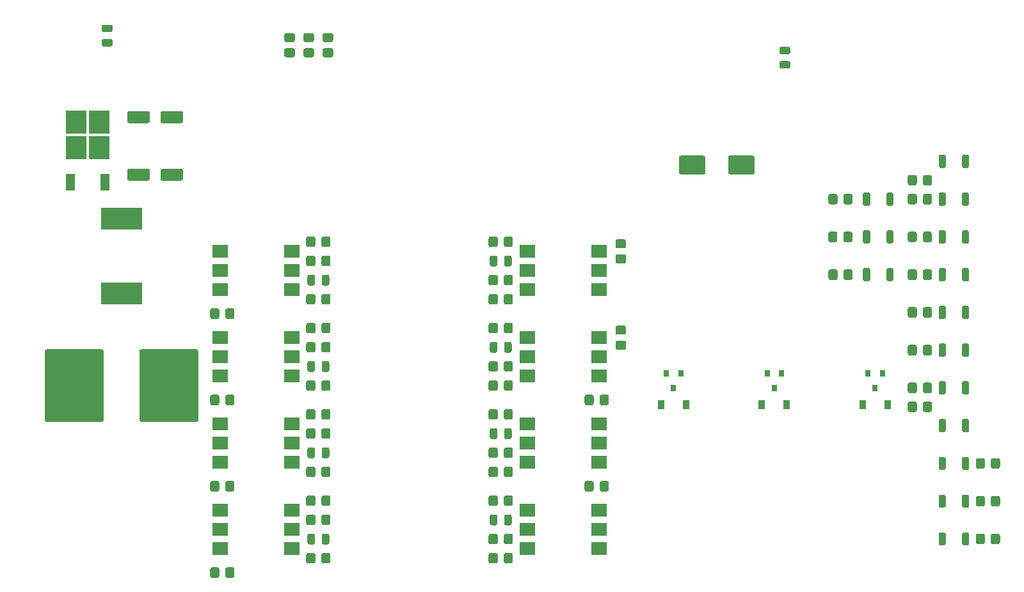
<source format=gbr>
G04 #@! TF.GenerationSoftware,KiCad,Pcbnew,(5.1.8-0-10_14)*
G04 #@! TF.CreationDate,2020-12-03T22:49:33-06:00*
G04 #@! TF.ProjectId,ClimateSprinklerController,436c696d-6174-4655-9370-72696e6b6c65,rev?*
G04 #@! TF.SameCoordinates,Original*
G04 #@! TF.FileFunction,Paste,Top*
G04 #@! TF.FilePolarity,Positive*
%FSLAX46Y46*%
G04 Gerber Fmt 4.6, Leading zero omitted, Abs format (unit mm)*
G04 Created by KiCad (PCBNEW (5.1.8-0-10_14)) date 2020-12-03 22:49:33*
%MOMM*%
%LPD*%
G01*
G04 APERTURE LIST*
%ADD10R,5.400000X2.900000*%
%ADD11R,2.000000X1.780000*%
%ADD12R,2.750000X3.050000*%
%ADD13R,1.200000X2.200000*%
%ADD14R,0.800000X0.900000*%
%ADD15R,0.900000X1.200000*%
G04 APERTURE END LIST*
G36*
G01*
X121520000Y-117024999D02*
X121520000Y-117925001D01*
G75*
G02*
X121270001Y-118175000I-249999J0D01*
G01*
X120569999Y-118175000D01*
G75*
G02*
X120320000Y-117925001I0J249999D01*
G01*
X120320000Y-117024999D01*
G75*
G02*
X120569999Y-116775000I249999J0D01*
G01*
X121270001Y-116775000D01*
G75*
G02*
X121520000Y-117024999I0J-249999D01*
G01*
G37*
G36*
G01*
X123520000Y-117024999D02*
X123520000Y-117925001D01*
G75*
G02*
X123270001Y-118175000I-249999J0D01*
G01*
X122569999Y-118175000D01*
G75*
G02*
X122320000Y-117925001I0J249999D01*
G01*
X122320000Y-117024999D01*
G75*
G02*
X122569999Y-116775000I249999J0D01*
G01*
X123270001Y-116775000D01*
G75*
G02*
X123520000Y-117024999I0J-249999D01*
G01*
G37*
G36*
G01*
X121520000Y-105594999D02*
X121520000Y-106495001D01*
G75*
G02*
X121270001Y-106745000I-249999J0D01*
G01*
X120569999Y-106745000D01*
G75*
G02*
X120320000Y-106495001I0J249999D01*
G01*
X120320000Y-105594999D01*
G75*
G02*
X120569999Y-105345000I249999J0D01*
G01*
X121270001Y-105345000D01*
G75*
G02*
X121520000Y-105594999I0J-249999D01*
G01*
G37*
G36*
G01*
X123520000Y-105594999D02*
X123520000Y-106495001D01*
G75*
G02*
X123270001Y-106745000I-249999J0D01*
G01*
X122569999Y-106745000D01*
G75*
G02*
X122320000Y-106495001I0J249999D01*
G01*
X122320000Y-105594999D01*
G75*
G02*
X122569999Y-105345000I249999J0D01*
G01*
X123270001Y-105345000D01*
G75*
G02*
X123520000Y-105594999I0J-249999D01*
G01*
G37*
G36*
G01*
X121520000Y-94164999D02*
X121520000Y-95065001D01*
G75*
G02*
X121270001Y-95315000I-249999J0D01*
G01*
X120569999Y-95315000D01*
G75*
G02*
X120320000Y-95065001I0J249999D01*
G01*
X120320000Y-94164999D01*
G75*
G02*
X120569999Y-93915000I249999J0D01*
G01*
X121270001Y-93915000D01*
G75*
G02*
X121520000Y-94164999I0J-249999D01*
G01*
G37*
G36*
G01*
X123520000Y-94164999D02*
X123520000Y-95065001D01*
G75*
G02*
X123270001Y-95315000I-249999J0D01*
G01*
X122569999Y-95315000D01*
G75*
G02*
X122320000Y-95065001I0J249999D01*
G01*
X122320000Y-94164999D01*
G75*
G02*
X122569999Y-93915000I249999J0D01*
G01*
X123270001Y-93915000D01*
G75*
G02*
X123520000Y-94164999I0J-249999D01*
G01*
G37*
G36*
G01*
X121520000Y-82734999D02*
X121520000Y-83635001D01*
G75*
G02*
X121270001Y-83885000I-249999J0D01*
G01*
X120569999Y-83885000D01*
G75*
G02*
X120320000Y-83635001I0J249999D01*
G01*
X120320000Y-82734999D01*
G75*
G02*
X120569999Y-82485000I249999J0D01*
G01*
X121270001Y-82485000D01*
G75*
G02*
X121520000Y-82734999I0J-249999D01*
G01*
G37*
G36*
G01*
X123520000Y-82734999D02*
X123520000Y-83635001D01*
G75*
G02*
X123270001Y-83885000I-249999J0D01*
G01*
X122569999Y-83885000D01*
G75*
G02*
X122320000Y-83635001I0J249999D01*
G01*
X122320000Y-82734999D01*
G75*
G02*
X122569999Y-82485000I249999J0D01*
G01*
X123270001Y-82485000D01*
G75*
G02*
X123520000Y-82734999I0J-249999D01*
G01*
G37*
G36*
G01*
X146450000Y-86175001D02*
X146450000Y-85274999D01*
G75*
G02*
X146699999Y-85025000I249999J0D01*
G01*
X147400001Y-85025000D01*
G75*
G02*
X147650000Y-85274999I0J-249999D01*
G01*
X147650000Y-86175001D01*
G75*
G02*
X147400001Y-86425000I-249999J0D01*
G01*
X146699999Y-86425000D01*
G75*
G02*
X146450000Y-86175001I0J249999D01*
G01*
G37*
G36*
G01*
X144450000Y-86175001D02*
X144450000Y-85274999D01*
G75*
G02*
X144699999Y-85025000I249999J0D01*
G01*
X145400001Y-85025000D01*
G75*
G02*
X145650000Y-85274999I0J-249999D01*
G01*
X145650000Y-86175001D01*
G75*
G02*
X145400001Y-86425000I-249999J0D01*
G01*
X144699999Y-86425000D01*
G75*
G02*
X144450000Y-86175001I0J249999D01*
G01*
G37*
G36*
G01*
X146450000Y-97605001D02*
X146450000Y-96704999D01*
G75*
G02*
X146699999Y-96455000I249999J0D01*
G01*
X147400001Y-96455000D01*
G75*
G02*
X147650000Y-96704999I0J-249999D01*
G01*
X147650000Y-97605001D01*
G75*
G02*
X147400001Y-97855000I-249999J0D01*
G01*
X146699999Y-97855000D01*
G75*
G02*
X146450000Y-97605001I0J249999D01*
G01*
G37*
G36*
G01*
X144450000Y-97605001D02*
X144450000Y-96704999D01*
G75*
G02*
X144699999Y-96455000I249999J0D01*
G01*
X145400001Y-96455000D01*
G75*
G02*
X145650000Y-96704999I0J-249999D01*
G01*
X145650000Y-97605001D01*
G75*
G02*
X145400001Y-97855000I-249999J0D01*
G01*
X144699999Y-97855000D01*
G75*
G02*
X144450000Y-97605001I0J249999D01*
G01*
G37*
G36*
G01*
X146450000Y-109035001D02*
X146450000Y-108134999D01*
G75*
G02*
X146699999Y-107885000I249999J0D01*
G01*
X147400001Y-107885000D01*
G75*
G02*
X147650000Y-108134999I0J-249999D01*
G01*
X147650000Y-109035001D01*
G75*
G02*
X147400001Y-109285000I-249999J0D01*
G01*
X146699999Y-109285000D01*
G75*
G02*
X146450000Y-109035001I0J249999D01*
G01*
G37*
G36*
G01*
X144450000Y-109035001D02*
X144450000Y-108134999D01*
G75*
G02*
X144699999Y-107885000I249999J0D01*
G01*
X145400001Y-107885000D01*
G75*
G02*
X145650000Y-108134999I0J-249999D01*
G01*
X145650000Y-109035001D01*
G75*
G02*
X145400001Y-109285000I-249999J0D01*
G01*
X144699999Y-109285000D01*
G75*
G02*
X144450000Y-109035001I0J249999D01*
G01*
G37*
G36*
G01*
X146450000Y-120465001D02*
X146450000Y-119564999D01*
G75*
G02*
X146699999Y-119315000I249999J0D01*
G01*
X147400001Y-119315000D01*
G75*
G02*
X147650000Y-119564999I0J-249999D01*
G01*
X147650000Y-120465001D01*
G75*
G02*
X147400001Y-120715000I-249999J0D01*
G01*
X146699999Y-120715000D01*
G75*
G02*
X146450000Y-120465001I0J249999D01*
G01*
G37*
G36*
G01*
X144450000Y-120465001D02*
X144450000Y-119564999D01*
G75*
G02*
X144699999Y-119315000I249999J0D01*
G01*
X145400001Y-119315000D01*
G75*
G02*
X145650000Y-119564999I0J-249999D01*
G01*
X145650000Y-120465001D01*
G75*
G02*
X145400001Y-120715000I-249999J0D01*
G01*
X144699999Y-120715000D01*
G75*
G02*
X144450000Y-120465001I0J249999D01*
G01*
G37*
G36*
G01*
X122320000Y-123005001D02*
X122320000Y-122104999D01*
G75*
G02*
X122569999Y-121855000I249999J0D01*
G01*
X123270001Y-121855000D01*
G75*
G02*
X123520000Y-122104999I0J-249999D01*
G01*
X123520000Y-123005001D01*
G75*
G02*
X123270001Y-123255000I-249999J0D01*
G01*
X122569999Y-123255000D01*
G75*
G02*
X122320000Y-123005001I0J249999D01*
G01*
G37*
G36*
G01*
X120320000Y-123005001D02*
X120320000Y-122104999D01*
G75*
G02*
X120569999Y-121855000I249999J0D01*
G01*
X121270001Y-121855000D01*
G75*
G02*
X121520000Y-122104999I0J-249999D01*
G01*
X121520000Y-123005001D01*
G75*
G02*
X121270001Y-123255000I-249999J0D01*
G01*
X120569999Y-123255000D01*
G75*
G02*
X120320000Y-123005001I0J249999D01*
G01*
G37*
G36*
G01*
X122320000Y-111575001D02*
X122320000Y-110674999D01*
G75*
G02*
X122569999Y-110425000I249999J0D01*
G01*
X123270001Y-110425000D01*
G75*
G02*
X123520000Y-110674999I0J-249999D01*
G01*
X123520000Y-111575001D01*
G75*
G02*
X123270001Y-111825000I-249999J0D01*
G01*
X122569999Y-111825000D01*
G75*
G02*
X122320000Y-111575001I0J249999D01*
G01*
G37*
G36*
G01*
X120320000Y-111575001D02*
X120320000Y-110674999D01*
G75*
G02*
X120569999Y-110425000I249999J0D01*
G01*
X121270001Y-110425000D01*
G75*
G02*
X121520000Y-110674999I0J-249999D01*
G01*
X121520000Y-111575001D01*
G75*
G02*
X121270001Y-111825000I-249999J0D01*
G01*
X120569999Y-111825000D01*
G75*
G02*
X120320000Y-111575001I0J249999D01*
G01*
G37*
G36*
G01*
X122320000Y-100145001D02*
X122320000Y-99244999D01*
G75*
G02*
X122569999Y-98995000I249999J0D01*
G01*
X123270001Y-98995000D01*
G75*
G02*
X123520000Y-99244999I0J-249999D01*
G01*
X123520000Y-100145001D01*
G75*
G02*
X123270001Y-100395000I-249999J0D01*
G01*
X122569999Y-100395000D01*
G75*
G02*
X122320000Y-100145001I0J249999D01*
G01*
G37*
G36*
G01*
X120320000Y-100145001D02*
X120320000Y-99244999D01*
G75*
G02*
X120569999Y-98995000I249999J0D01*
G01*
X121270001Y-98995000D01*
G75*
G02*
X121520000Y-99244999I0J-249999D01*
G01*
X121520000Y-100145001D01*
G75*
G02*
X121270001Y-100395000I-249999J0D01*
G01*
X120569999Y-100395000D01*
G75*
G02*
X120320000Y-100145001I0J249999D01*
G01*
G37*
G36*
G01*
X122320000Y-88715001D02*
X122320000Y-87814999D01*
G75*
G02*
X122569999Y-87565000I249999J0D01*
G01*
X123270001Y-87565000D01*
G75*
G02*
X123520000Y-87814999I0J-249999D01*
G01*
X123520000Y-88715001D01*
G75*
G02*
X123270001Y-88965000I-249999J0D01*
G01*
X122569999Y-88965000D01*
G75*
G02*
X122320000Y-88715001I0J249999D01*
G01*
G37*
G36*
G01*
X120320000Y-88715001D02*
X120320000Y-87814999D01*
G75*
G02*
X120569999Y-87565000I249999J0D01*
G01*
X121270001Y-87565000D01*
G75*
G02*
X121520000Y-87814999I0J-249999D01*
G01*
X121520000Y-88715001D01*
G75*
G02*
X121270001Y-88965000I-249999J0D01*
G01*
X120569999Y-88965000D01*
G75*
G02*
X120320000Y-88715001I0J249999D01*
G01*
G37*
G36*
G01*
X145650000Y-80194999D02*
X145650000Y-81095001D01*
G75*
G02*
X145400001Y-81345000I-249999J0D01*
G01*
X144699999Y-81345000D01*
G75*
G02*
X144450000Y-81095001I0J249999D01*
G01*
X144450000Y-80194999D01*
G75*
G02*
X144699999Y-79945000I249999J0D01*
G01*
X145400001Y-79945000D01*
G75*
G02*
X145650000Y-80194999I0J-249999D01*
G01*
G37*
G36*
G01*
X147650000Y-80194999D02*
X147650000Y-81095001D01*
G75*
G02*
X147400001Y-81345000I-249999J0D01*
G01*
X146699999Y-81345000D01*
G75*
G02*
X146450000Y-81095001I0J249999D01*
G01*
X146450000Y-80194999D01*
G75*
G02*
X146699999Y-79945000I249999J0D01*
G01*
X147400001Y-79945000D01*
G75*
G02*
X147650000Y-80194999I0J-249999D01*
G01*
G37*
G36*
G01*
X145650000Y-91624999D02*
X145650000Y-92525001D01*
G75*
G02*
X145400001Y-92775000I-249999J0D01*
G01*
X144699999Y-92775000D01*
G75*
G02*
X144450000Y-92525001I0J249999D01*
G01*
X144450000Y-91624999D01*
G75*
G02*
X144699999Y-91375000I249999J0D01*
G01*
X145400001Y-91375000D01*
G75*
G02*
X145650000Y-91624999I0J-249999D01*
G01*
G37*
G36*
G01*
X147650000Y-91624999D02*
X147650000Y-92525001D01*
G75*
G02*
X147400001Y-92775000I-249999J0D01*
G01*
X146699999Y-92775000D01*
G75*
G02*
X146450000Y-92525001I0J249999D01*
G01*
X146450000Y-91624999D01*
G75*
G02*
X146699999Y-91375000I249999J0D01*
G01*
X147400001Y-91375000D01*
G75*
G02*
X147650000Y-91624999I0J-249999D01*
G01*
G37*
G36*
G01*
X145650000Y-103054999D02*
X145650000Y-103955001D01*
G75*
G02*
X145400001Y-104205000I-249999J0D01*
G01*
X144699999Y-104205000D01*
G75*
G02*
X144450000Y-103955001I0J249999D01*
G01*
X144450000Y-103054999D01*
G75*
G02*
X144699999Y-102805000I249999J0D01*
G01*
X145400001Y-102805000D01*
G75*
G02*
X145650000Y-103054999I0J-249999D01*
G01*
G37*
G36*
G01*
X147650000Y-103054999D02*
X147650000Y-103955001D01*
G75*
G02*
X147400001Y-104205000I-249999J0D01*
G01*
X146699999Y-104205000D01*
G75*
G02*
X146450000Y-103955001I0J249999D01*
G01*
X146450000Y-103054999D01*
G75*
G02*
X146699999Y-102805000I249999J0D01*
G01*
X147400001Y-102805000D01*
G75*
G02*
X147650000Y-103054999I0J-249999D01*
G01*
G37*
G36*
G01*
X145650000Y-114484999D02*
X145650000Y-115385001D01*
G75*
G02*
X145400001Y-115635000I-249999J0D01*
G01*
X144699999Y-115635000D01*
G75*
G02*
X144450000Y-115385001I0J249999D01*
G01*
X144450000Y-114484999D01*
G75*
G02*
X144699999Y-114235000I249999J0D01*
G01*
X145400001Y-114235000D01*
G75*
G02*
X145650000Y-114484999I0J-249999D01*
G01*
G37*
G36*
G01*
X147650000Y-114484999D02*
X147650000Y-115385001D01*
G75*
G02*
X147400001Y-115635000I-249999J0D01*
G01*
X146699999Y-115635000D01*
G75*
G02*
X146450000Y-115385001I0J249999D01*
G01*
X146450000Y-114484999D01*
G75*
G02*
X146699999Y-114235000I249999J0D01*
G01*
X147400001Y-114235000D01*
G75*
G02*
X147650000Y-114484999I0J-249999D01*
G01*
G37*
G36*
G01*
X121520000Y-114484999D02*
X121520000Y-115385001D01*
G75*
G02*
X121270001Y-115635000I-249999J0D01*
G01*
X120569999Y-115635000D01*
G75*
G02*
X120320000Y-115385001I0J249999D01*
G01*
X120320000Y-114484999D01*
G75*
G02*
X120569999Y-114235000I249999J0D01*
G01*
X121270001Y-114235000D01*
G75*
G02*
X121520000Y-114484999I0J-249999D01*
G01*
G37*
G36*
G01*
X123520000Y-114484999D02*
X123520000Y-115385001D01*
G75*
G02*
X123270001Y-115635000I-249999J0D01*
G01*
X122569999Y-115635000D01*
G75*
G02*
X122320000Y-115385001I0J249999D01*
G01*
X122320000Y-114484999D01*
G75*
G02*
X122569999Y-114235000I249999J0D01*
G01*
X123270001Y-114235000D01*
G75*
G02*
X123520000Y-114484999I0J-249999D01*
G01*
G37*
G36*
G01*
X121520000Y-103054999D02*
X121520000Y-103955001D01*
G75*
G02*
X121270001Y-104205000I-249999J0D01*
G01*
X120569999Y-104205000D01*
G75*
G02*
X120320000Y-103955001I0J249999D01*
G01*
X120320000Y-103054999D01*
G75*
G02*
X120569999Y-102805000I249999J0D01*
G01*
X121270001Y-102805000D01*
G75*
G02*
X121520000Y-103054999I0J-249999D01*
G01*
G37*
G36*
G01*
X123520000Y-103054999D02*
X123520000Y-103955001D01*
G75*
G02*
X123270001Y-104205000I-249999J0D01*
G01*
X122569999Y-104205000D01*
G75*
G02*
X122320000Y-103955001I0J249999D01*
G01*
X122320000Y-103054999D01*
G75*
G02*
X122569999Y-102805000I249999J0D01*
G01*
X123270001Y-102805000D01*
G75*
G02*
X123520000Y-103054999I0J-249999D01*
G01*
G37*
G36*
G01*
X121520000Y-91624999D02*
X121520000Y-92525001D01*
G75*
G02*
X121270001Y-92775000I-249999J0D01*
G01*
X120569999Y-92775000D01*
G75*
G02*
X120320000Y-92525001I0J249999D01*
G01*
X120320000Y-91624999D01*
G75*
G02*
X120569999Y-91375000I249999J0D01*
G01*
X121270001Y-91375000D01*
G75*
G02*
X121520000Y-91624999I0J-249999D01*
G01*
G37*
G36*
G01*
X123520000Y-91624999D02*
X123520000Y-92525001D01*
G75*
G02*
X123270001Y-92775000I-249999J0D01*
G01*
X122569999Y-92775000D01*
G75*
G02*
X122320000Y-92525001I0J249999D01*
G01*
X122320000Y-91624999D01*
G75*
G02*
X122569999Y-91375000I249999J0D01*
G01*
X123270001Y-91375000D01*
G75*
G02*
X123520000Y-91624999I0J-249999D01*
G01*
G37*
G36*
G01*
X121520000Y-80194999D02*
X121520000Y-81095001D01*
G75*
G02*
X121270001Y-81345000I-249999J0D01*
G01*
X120569999Y-81345000D01*
G75*
G02*
X120320000Y-81095001I0J249999D01*
G01*
X120320000Y-80194999D01*
G75*
G02*
X120569999Y-79945000I249999J0D01*
G01*
X121270001Y-79945000D01*
G75*
G02*
X121520000Y-80194999I0J-249999D01*
G01*
G37*
G36*
G01*
X123520000Y-80194999D02*
X123520000Y-81095001D01*
G75*
G02*
X123270001Y-81345000I-249999J0D01*
G01*
X122569999Y-81345000D01*
G75*
G02*
X122320000Y-81095001I0J249999D01*
G01*
X122320000Y-80194999D01*
G75*
G02*
X122569999Y-79945000I249999J0D01*
G01*
X123270001Y-79945000D01*
G75*
G02*
X123520000Y-80194999I0J-249999D01*
G01*
G37*
G36*
G01*
X146450000Y-88715001D02*
X146450000Y-87814999D01*
G75*
G02*
X146699999Y-87565000I249999J0D01*
G01*
X147400001Y-87565000D01*
G75*
G02*
X147650000Y-87814999I0J-249999D01*
G01*
X147650000Y-88715001D01*
G75*
G02*
X147400001Y-88965000I-249999J0D01*
G01*
X146699999Y-88965000D01*
G75*
G02*
X146450000Y-88715001I0J249999D01*
G01*
G37*
G36*
G01*
X144450000Y-88715001D02*
X144450000Y-87814999D01*
G75*
G02*
X144699999Y-87565000I249999J0D01*
G01*
X145400001Y-87565000D01*
G75*
G02*
X145650000Y-87814999I0J-249999D01*
G01*
X145650000Y-88715001D01*
G75*
G02*
X145400001Y-88965000I-249999J0D01*
G01*
X144699999Y-88965000D01*
G75*
G02*
X144450000Y-88715001I0J249999D01*
G01*
G37*
G36*
G01*
X146450000Y-100145001D02*
X146450000Y-99244999D01*
G75*
G02*
X146699999Y-98995000I249999J0D01*
G01*
X147400001Y-98995000D01*
G75*
G02*
X147650000Y-99244999I0J-249999D01*
G01*
X147650000Y-100145001D01*
G75*
G02*
X147400001Y-100395000I-249999J0D01*
G01*
X146699999Y-100395000D01*
G75*
G02*
X146450000Y-100145001I0J249999D01*
G01*
G37*
G36*
G01*
X144450000Y-100145001D02*
X144450000Y-99244999D01*
G75*
G02*
X144699999Y-98995000I249999J0D01*
G01*
X145400001Y-98995000D01*
G75*
G02*
X145650000Y-99244999I0J-249999D01*
G01*
X145650000Y-100145001D01*
G75*
G02*
X145400001Y-100395000I-249999J0D01*
G01*
X144699999Y-100395000D01*
G75*
G02*
X144450000Y-100145001I0J249999D01*
G01*
G37*
G36*
G01*
X146450000Y-111575001D02*
X146450000Y-110674999D01*
G75*
G02*
X146699999Y-110425000I249999J0D01*
G01*
X147400001Y-110425000D01*
G75*
G02*
X147650000Y-110674999I0J-249999D01*
G01*
X147650000Y-111575001D01*
G75*
G02*
X147400001Y-111825000I-249999J0D01*
G01*
X146699999Y-111825000D01*
G75*
G02*
X146450000Y-111575001I0J249999D01*
G01*
G37*
G36*
G01*
X144450000Y-111575001D02*
X144450000Y-110674999D01*
G75*
G02*
X144699999Y-110425000I249999J0D01*
G01*
X145400001Y-110425000D01*
G75*
G02*
X145650000Y-110674999I0J-249999D01*
G01*
X145650000Y-111575001D01*
G75*
G02*
X145400001Y-111825000I-249999J0D01*
G01*
X144699999Y-111825000D01*
G75*
G02*
X144450000Y-111575001I0J249999D01*
G01*
G37*
G36*
G01*
X146450000Y-123005001D02*
X146450000Y-122104999D01*
G75*
G02*
X146699999Y-121855000I249999J0D01*
G01*
X147400001Y-121855000D01*
G75*
G02*
X147650000Y-122104999I0J-249999D01*
G01*
X147650000Y-123005001D01*
G75*
G02*
X147400001Y-123255000I-249999J0D01*
G01*
X146699999Y-123255000D01*
G75*
G02*
X146450000Y-123005001I0J249999D01*
G01*
G37*
G36*
G01*
X144450000Y-123005001D02*
X144450000Y-122104999D01*
G75*
G02*
X144699999Y-121855000I249999J0D01*
G01*
X145400001Y-121855000D01*
G75*
G02*
X145650000Y-122104999I0J-249999D01*
G01*
X145650000Y-123005001D01*
G75*
G02*
X145400001Y-123255000I-249999J0D01*
G01*
X144699999Y-123255000D01*
G75*
G02*
X144450000Y-123005001I0J249999D01*
G01*
G37*
G36*
G01*
X108820000Y-124009999D02*
X108820000Y-124910001D01*
G75*
G02*
X108570001Y-125160000I-249999J0D01*
G01*
X107869999Y-125160000D01*
G75*
G02*
X107620000Y-124910001I0J249999D01*
G01*
X107620000Y-124009999D01*
G75*
G02*
X107869999Y-123760000I249999J0D01*
G01*
X108570001Y-123760000D01*
G75*
G02*
X108820000Y-124009999I0J-249999D01*
G01*
G37*
G36*
G01*
X110820000Y-124009999D02*
X110820000Y-124910001D01*
G75*
G02*
X110570001Y-125160000I-249999J0D01*
G01*
X109869999Y-125160000D01*
G75*
G02*
X109620000Y-124910001I0J249999D01*
G01*
X109620000Y-124009999D01*
G75*
G02*
X109869999Y-123760000I249999J0D01*
G01*
X110570001Y-123760000D01*
G75*
G02*
X110820000Y-124009999I0J-249999D01*
G01*
G37*
G36*
G01*
X108820000Y-112579999D02*
X108820000Y-113480001D01*
G75*
G02*
X108570001Y-113730000I-249999J0D01*
G01*
X107869999Y-113730000D01*
G75*
G02*
X107620000Y-113480001I0J249999D01*
G01*
X107620000Y-112579999D01*
G75*
G02*
X107869999Y-112330000I249999J0D01*
G01*
X108570001Y-112330000D01*
G75*
G02*
X108820000Y-112579999I0J-249999D01*
G01*
G37*
G36*
G01*
X110820000Y-112579999D02*
X110820000Y-113480001D01*
G75*
G02*
X110570001Y-113730000I-249999J0D01*
G01*
X109869999Y-113730000D01*
G75*
G02*
X109620000Y-113480001I0J249999D01*
G01*
X109620000Y-112579999D01*
G75*
G02*
X109869999Y-112330000I249999J0D01*
G01*
X110570001Y-112330000D01*
G75*
G02*
X110820000Y-112579999I0J-249999D01*
G01*
G37*
G36*
G01*
X108820000Y-101149999D02*
X108820000Y-102050001D01*
G75*
G02*
X108570001Y-102300000I-249999J0D01*
G01*
X107869999Y-102300000D01*
G75*
G02*
X107620000Y-102050001I0J249999D01*
G01*
X107620000Y-101149999D01*
G75*
G02*
X107869999Y-100900000I249999J0D01*
G01*
X108570001Y-100900000D01*
G75*
G02*
X108820000Y-101149999I0J-249999D01*
G01*
G37*
G36*
G01*
X110820000Y-101149999D02*
X110820000Y-102050001D01*
G75*
G02*
X110570001Y-102300000I-249999J0D01*
G01*
X109869999Y-102300000D01*
G75*
G02*
X109620000Y-102050001I0J249999D01*
G01*
X109620000Y-101149999D01*
G75*
G02*
X109869999Y-100900000I249999J0D01*
G01*
X110570001Y-100900000D01*
G75*
G02*
X110820000Y-101149999I0J-249999D01*
G01*
G37*
G36*
G01*
X108820000Y-89719999D02*
X108820000Y-90620001D01*
G75*
G02*
X108570001Y-90870000I-249999J0D01*
G01*
X107869999Y-90870000D01*
G75*
G02*
X107620000Y-90620001I0J249999D01*
G01*
X107620000Y-89719999D01*
G75*
G02*
X107869999Y-89470000I249999J0D01*
G01*
X108570001Y-89470000D01*
G75*
G02*
X108820000Y-89719999I0J-249999D01*
G01*
G37*
G36*
G01*
X110820000Y-89719999D02*
X110820000Y-90620001D01*
G75*
G02*
X110570001Y-90870000I-249999J0D01*
G01*
X109869999Y-90870000D01*
G75*
G02*
X109620000Y-90620001I0J249999D01*
G01*
X109620000Y-89719999D01*
G75*
G02*
X109869999Y-89470000I249999J0D01*
G01*
X110570001Y-89470000D01*
G75*
G02*
X110820000Y-89719999I0J-249999D01*
G01*
G37*
G36*
G01*
X162375001Y-81515000D02*
X161474999Y-81515000D01*
G75*
G02*
X161225000Y-81265001I0J249999D01*
G01*
X161225000Y-80564999D01*
G75*
G02*
X161474999Y-80315000I249999J0D01*
G01*
X162375001Y-80315000D01*
G75*
G02*
X162625000Y-80564999I0J-249999D01*
G01*
X162625000Y-81265001D01*
G75*
G02*
X162375001Y-81515000I-249999J0D01*
G01*
G37*
G36*
G01*
X162375001Y-83515000D02*
X161474999Y-83515000D01*
G75*
G02*
X161225000Y-83265001I0J249999D01*
G01*
X161225000Y-82564999D01*
G75*
G02*
X161474999Y-82315000I249999J0D01*
G01*
X162375001Y-82315000D01*
G75*
G02*
X162625000Y-82564999I0J-249999D01*
G01*
X162625000Y-83265001D01*
G75*
G02*
X162375001Y-83515000I-249999J0D01*
G01*
G37*
G36*
G01*
X162375001Y-92945000D02*
X161474999Y-92945000D01*
G75*
G02*
X161225000Y-92695001I0J249999D01*
G01*
X161225000Y-91994999D01*
G75*
G02*
X161474999Y-91745000I249999J0D01*
G01*
X162375001Y-91745000D01*
G75*
G02*
X162625000Y-91994999I0J-249999D01*
G01*
X162625000Y-92695001D01*
G75*
G02*
X162375001Y-92945000I-249999J0D01*
G01*
G37*
G36*
G01*
X162375001Y-94945000D02*
X161474999Y-94945000D01*
G75*
G02*
X161225000Y-94695001I0J249999D01*
G01*
X161225000Y-93994999D01*
G75*
G02*
X161474999Y-93745000I249999J0D01*
G01*
X162375001Y-93745000D01*
G75*
G02*
X162625000Y-93994999I0J-249999D01*
G01*
X162625000Y-94695001D01*
G75*
G02*
X162375001Y-94945000I-249999J0D01*
G01*
G37*
G36*
G01*
X159150000Y-102050001D02*
X159150000Y-101149999D01*
G75*
G02*
X159399999Y-100900000I249999J0D01*
G01*
X160100001Y-100900000D01*
G75*
G02*
X160350000Y-101149999I0J-249999D01*
G01*
X160350000Y-102050001D01*
G75*
G02*
X160100001Y-102300000I-249999J0D01*
G01*
X159399999Y-102300000D01*
G75*
G02*
X159150000Y-102050001I0J249999D01*
G01*
G37*
G36*
G01*
X157150000Y-102050001D02*
X157150000Y-101149999D01*
G75*
G02*
X157399999Y-100900000I249999J0D01*
G01*
X158100001Y-100900000D01*
G75*
G02*
X158350000Y-101149999I0J-249999D01*
G01*
X158350000Y-102050001D01*
G75*
G02*
X158100001Y-102300000I-249999J0D01*
G01*
X157399999Y-102300000D01*
G75*
G02*
X157150000Y-102050001I0J249999D01*
G01*
G37*
G36*
G01*
X159150000Y-113480001D02*
X159150000Y-112579999D01*
G75*
G02*
X159399999Y-112330000I249999J0D01*
G01*
X160100001Y-112330000D01*
G75*
G02*
X160350000Y-112579999I0J-249999D01*
G01*
X160350000Y-113480001D01*
G75*
G02*
X160100001Y-113730000I-249999J0D01*
G01*
X159399999Y-113730000D01*
G75*
G02*
X159150000Y-113480001I0J249999D01*
G01*
G37*
G36*
G01*
X157150000Y-113480001D02*
X157150000Y-112579999D01*
G75*
G02*
X157399999Y-112330000I249999J0D01*
G01*
X158100001Y-112330000D01*
G75*
G02*
X158350000Y-112579999I0J-249999D01*
G01*
X158350000Y-113480001D01*
G75*
G02*
X158100001Y-113730000I-249999J0D01*
G01*
X157399999Y-113730000D01*
G75*
G02*
X157150000Y-113480001I0J249999D01*
G01*
G37*
G36*
G01*
X201100000Y-102049999D02*
X201100000Y-102950001D01*
G75*
G02*
X200850001Y-103200000I-249999J0D01*
G01*
X200149999Y-103200000D01*
G75*
G02*
X199900000Y-102950001I0J249999D01*
G01*
X199900000Y-102049999D01*
G75*
G02*
X200149999Y-101800000I249999J0D01*
G01*
X200850001Y-101800000D01*
G75*
G02*
X201100000Y-102049999I0J-249999D01*
G01*
G37*
G36*
G01*
X203100000Y-102049999D02*
X203100000Y-102950001D01*
G75*
G02*
X202850001Y-103200000I-249999J0D01*
G01*
X202149999Y-103200000D01*
G75*
G02*
X201900000Y-102950001I0J249999D01*
G01*
X201900000Y-102049999D01*
G75*
G02*
X202149999Y-101800000I249999J0D01*
G01*
X202850001Y-101800000D01*
G75*
G02*
X203100000Y-102049999I0J-249999D01*
G01*
G37*
G36*
G01*
X201100000Y-99549999D02*
X201100000Y-100450001D01*
G75*
G02*
X200850001Y-100700000I-249999J0D01*
G01*
X200149999Y-100700000D01*
G75*
G02*
X199900000Y-100450001I0J249999D01*
G01*
X199900000Y-99549999D01*
G75*
G02*
X200149999Y-99300000I249999J0D01*
G01*
X200850001Y-99300000D01*
G75*
G02*
X201100000Y-99549999I0J-249999D01*
G01*
G37*
G36*
G01*
X203100000Y-99549999D02*
X203100000Y-100450001D01*
G75*
G02*
X202850001Y-100700000I-249999J0D01*
G01*
X202149999Y-100700000D01*
G75*
G02*
X201900000Y-100450001I0J249999D01*
G01*
X201900000Y-99549999D01*
G75*
G02*
X202149999Y-99300000I249999J0D01*
G01*
X202850001Y-99300000D01*
G75*
G02*
X203100000Y-99549999I0J-249999D01*
G01*
G37*
G36*
G01*
X201100000Y-94549999D02*
X201100000Y-95450001D01*
G75*
G02*
X200850001Y-95700000I-249999J0D01*
G01*
X200149999Y-95700000D01*
G75*
G02*
X199900000Y-95450001I0J249999D01*
G01*
X199900000Y-94549999D01*
G75*
G02*
X200149999Y-94300000I249999J0D01*
G01*
X200850001Y-94300000D01*
G75*
G02*
X201100000Y-94549999I0J-249999D01*
G01*
G37*
G36*
G01*
X203100000Y-94549999D02*
X203100000Y-95450001D01*
G75*
G02*
X202850001Y-95700000I-249999J0D01*
G01*
X202149999Y-95700000D01*
G75*
G02*
X201900000Y-95450001I0J249999D01*
G01*
X201900000Y-94549999D01*
G75*
G02*
X202149999Y-94300000I249999J0D01*
G01*
X202850001Y-94300000D01*
G75*
G02*
X203100000Y-94549999I0J-249999D01*
G01*
G37*
G36*
G01*
X201100000Y-89549999D02*
X201100000Y-90450001D01*
G75*
G02*
X200850001Y-90700000I-249999J0D01*
G01*
X200149999Y-90700000D01*
G75*
G02*
X199900000Y-90450001I0J249999D01*
G01*
X199900000Y-89549999D01*
G75*
G02*
X200149999Y-89300000I249999J0D01*
G01*
X200850001Y-89300000D01*
G75*
G02*
X201100000Y-89549999I0J-249999D01*
G01*
G37*
G36*
G01*
X203100000Y-89549999D02*
X203100000Y-90450001D01*
G75*
G02*
X202850001Y-90700000I-249999J0D01*
G01*
X202149999Y-90700000D01*
G75*
G02*
X201900000Y-90450001I0J249999D01*
G01*
X201900000Y-89549999D01*
G75*
G02*
X202149999Y-89300000I249999J0D01*
G01*
X202850001Y-89300000D01*
G75*
G02*
X203100000Y-89549999I0J-249999D01*
G01*
G37*
G36*
G01*
X201100000Y-84549999D02*
X201100000Y-85450001D01*
G75*
G02*
X200850001Y-85700000I-249999J0D01*
G01*
X200149999Y-85700000D01*
G75*
G02*
X199900000Y-85450001I0J249999D01*
G01*
X199900000Y-84549999D01*
G75*
G02*
X200149999Y-84300000I249999J0D01*
G01*
X200850001Y-84300000D01*
G75*
G02*
X201100000Y-84549999I0J-249999D01*
G01*
G37*
G36*
G01*
X203100000Y-84549999D02*
X203100000Y-85450001D01*
G75*
G02*
X202850001Y-85700000I-249999J0D01*
G01*
X202149999Y-85700000D01*
G75*
G02*
X201900000Y-85450001I0J249999D01*
G01*
X201900000Y-84549999D01*
G75*
G02*
X202149999Y-84300000I249999J0D01*
G01*
X202850001Y-84300000D01*
G75*
G02*
X203100000Y-84549999I0J-249999D01*
G01*
G37*
G36*
G01*
X201100000Y-79549999D02*
X201100000Y-80450001D01*
G75*
G02*
X200850001Y-80700000I-249999J0D01*
G01*
X200149999Y-80700000D01*
G75*
G02*
X199900000Y-80450001I0J249999D01*
G01*
X199900000Y-79549999D01*
G75*
G02*
X200149999Y-79300000I249999J0D01*
G01*
X200850001Y-79300000D01*
G75*
G02*
X201100000Y-79549999I0J-249999D01*
G01*
G37*
G36*
G01*
X203100000Y-79549999D02*
X203100000Y-80450001D01*
G75*
G02*
X202850001Y-80700000I-249999J0D01*
G01*
X202149999Y-80700000D01*
G75*
G02*
X201900000Y-80450001I0J249999D01*
G01*
X201900000Y-79549999D01*
G75*
G02*
X202149999Y-79300000I249999J0D01*
G01*
X202850001Y-79300000D01*
G75*
G02*
X203100000Y-79549999I0J-249999D01*
G01*
G37*
G36*
G01*
X201100000Y-74549999D02*
X201100000Y-75450001D01*
G75*
G02*
X200850001Y-75700000I-249999J0D01*
G01*
X200149999Y-75700000D01*
G75*
G02*
X199900000Y-75450001I0J249999D01*
G01*
X199900000Y-74549999D01*
G75*
G02*
X200149999Y-74300000I249999J0D01*
G01*
X200850001Y-74300000D01*
G75*
G02*
X201100000Y-74549999I0J-249999D01*
G01*
G37*
G36*
G01*
X203100000Y-74549999D02*
X203100000Y-75450001D01*
G75*
G02*
X202850001Y-75700000I-249999J0D01*
G01*
X202149999Y-75700000D01*
G75*
G02*
X201900000Y-75450001I0J249999D01*
G01*
X201900000Y-74549999D01*
G75*
G02*
X202149999Y-74300000I249999J0D01*
G01*
X202850001Y-74300000D01*
G75*
G02*
X203100000Y-74549999I0J-249999D01*
G01*
G37*
G36*
G01*
X201100000Y-72049999D02*
X201100000Y-72950001D01*
G75*
G02*
X200850001Y-73200000I-249999J0D01*
G01*
X200149999Y-73200000D01*
G75*
G02*
X199900000Y-72950001I0J249999D01*
G01*
X199900000Y-72049999D01*
G75*
G02*
X200149999Y-71800000I249999J0D01*
G01*
X200850001Y-71800000D01*
G75*
G02*
X201100000Y-72049999I0J-249999D01*
G01*
G37*
G36*
G01*
X203100000Y-72049999D02*
X203100000Y-72950001D01*
G75*
G02*
X202850001Y-73200000I-249999J0D01*
G01*
X202149999Y-73200000D01*
G75*
G02*
X201900000Y-72950001I0J249999D01*
G01*
X201900000Y-72049999D01*
G75*
G02*
X202149999Y-71800000I249999J0D01*
G01*
X202850001Y-71800000D01*
G75*
G02*
X203100000Y-72049999I0J-249999D01*
G01*
G37*
G36*
G01*
X210100000Y-109549999D02*
X210100000Y-110450001D01*
G75*
G02*
X209850001Y-110700000I-249999J0D01*
G01*
X209149999Y-110700000D01*
G75*
G02*
X208900000Y-110450001I0J249999D01*
G01*
X208900000Y-109549999D01*
G75*
G02*
X209149999Y-109300000I249999J0D01*
G01*
X209850001Y-109300000D01*
G75*
G02*
X210100000Y-109549999I0J-249999D01*
G01*
G37*
G36*
G01*
X212100000Y-109549999D02*
X212100000Y-110450001D01*
G75*
G02*
X211850001Y-110700000I-249999J0D01*
G01*
X211149999Y-110700000D01*
G75*
G02*
X210900000Y-110450001I0J249999D01*
G01*
X210900000Y-109549999D01*
G75*
G02*
X211149999Y-109300000I249999J0D01*
G01*
X211850001Y-109300000D01*
G75*
G02*
X212100000Y-109549999I0J-249999D01*
G01*
G37*
G36*
G01*
X210100000Y-114549999D02*
X210100000Y-115450001D01*
G75*
G02*
X209850001Y-115700000I-249999J0D01*
G01*
X209149999Y-115700000D01*
G75*
G02*
X208900000Y-115450001I0J249999D01*
G01*
X208900000Y-114549999D01*
G75*
G02*
X209149999Y-114300000I249999J0D01*
G01*
X209850001Y-114300000D01*
G75*
G02*
X210100000Y-114549999I0J-249999D01*
G01*
G37*
G36*
G01*
X212100000Y-114549999D02*
X212100000Y-115450001D01*
G75*
G02*
X211850001Y-115700000I-249999J0D01*
G01*
X211149999Y-115700000D01*
G75*
G02*
X210900000Y-115450001I0J249999D01*
G01*
X210900000Y-114549999D01*
G75*
G02*
X211149999Y-114300000I249999J0D01*
G01*
X211850001Y-114300000D01*
G75*
G02*
X212100000Y-114549999I0J-249999D01*
G01*
G37*
G36*
G01*
X210100000Y-119549999D02*
X210100000Y-120450001D01*
G75*
G02*
X209850001Y-120700000I-249999J0D01*
G01*
X209149999Y-120700000D01*
G75*
G02*
X208900000Y-120450001I0J249999D01*
G01*
X208900000Y-119549999D01*
G75*
G02*
X209149999Y-119300000I249999J0D01*
G01*
X209850001Y-119300000D01*
G75*
G02*
X210100000Y-119549999I0J-249999D01*
G01*
G37*
G36*
G01*
X212100000Y-119549999D02*
X212100000Y-120450001D01*
G75*
G02*
X211850001Y-120700000I-249999J0D01*
G01*
X211149999Y-120700000D01*
G75*
G02*
X210900000Y-120450001I0J249999D01*
G01*
X210900000Y-119549999D01*
G75*
G02*
X211149999Y-119300000I249999J0D01*
G01*
X211850001Y-119300000D01*
G75*
G02*
X212100000Y-119549999I0J-249999D01*
G01*
G37*
G36*
G01*
X190600000Y-84549999D02*
X190600000Y-85450001D01*
G75*
G02*
X190350001Y-85700000I-249999J0D01*
G01*
X189649999Y-85700000D01*
G75*
G02*
X189400000Y-85450001I0J249999D01*
G01*
X189400000Y-84549999D01*
G75*
G02*
X189649999Y-84300000I249999J0D01*
G01*
X190350001Y-84300000D01*
G75*
G02*
X190600000Y-84549999I0J-249999D01*
G01*
G37*
G36*
G01*
X192600000Y-84549999D02*
X192600000Y-85450001D01*
G75*
G02*
X192350001Y-85700000I-249999J0D01*
G01*
X191649999Y-85700000D01*
G75*
G02*
X191400000Y-85450001I0J249999D01*
G01*
X191400000Y-84549999D01*
G75*
G02*
X191649999Y-84300000I249999J0D01*
G01*
X192350001Y-84300000D01*
G75*
G02*
X192600000Y-84549999I0J-249999D01*
G01*
G37*
G36*
G01*
X191400000Y-75450001D02*
X191400000Y-74549999D01*
G75*
G02*
X191649999Y-74300000I249999J0D01*
G01*
X192350001Y-74300000D01*
G75*
G02*
X192600000Y-74549999I0J-249999D01*
G01*
X192600000Y-75450001D01*
G75*
G02*
X192350001Y-75700000I-249999J0D01*
G01*
X191649999Y-75700000D01*
G75*
G02*
X191400000Y-75450001I0J249999D01*
G01*
G37*
G36*
G01*
X189400000Y-75450001D02*
X189400000Y-74549999D01*
G75*
G02*
X189649999Y-74300000I249999J0D01*
G01*
X190350001Y-74300000D01*
G75*
G02*
X190600000Y-74549999I0J-249999D01*
G01*
X190600000Y-75450001D01*
G75*
G02*
X190350001Y-75700000I-249999J0D01*
G01*
X189649999Y-75700000D01*
G75*
G02*
X189400000Y-75450001I0J249999D01*
G01*
G37*
G36*
G01*
X122739999Y-55010000D02*
X123640001Y-55010000D01*
G75*
G02*
X123890000Y-55259999I0J-249999D01*
G01*
X123890000Y-55960001D01*
G75*
G02*
X123640001Y-56210000I-249999J0D01*
G01*
X122739999Y-56210000D01*
G75*
G02*
X122490000Y-55960001I0J249999D01*
G01*
X122490000Y-55259999D01*
G75*
G02*
X122739999Y-55010000I249999J0D01*
G01*
G37*
G36*
G01*
X122739999Y-53010000D02*
X123640001Y-53010000D01*
G75*
G02*
X123890000Y-53259999I0J-249999D01*
G01*
X123890000Y-53960001D01*
G75*
G02*
X123640001Y-54210000I-249999J0D01*
G01*
X122739999Y-54210000D01*
G75*
G02*
X122490000Y-53960001I0J249999D01*
G01*
X122490000Y-53259999D01*
G75*
G02*
X122739999Y-53010000I249999J0D01*
G01*
G37*
G36*
G01*
X120199999Y-55010000D02*
X121100001Y-55010000D01*
G75*
G02*
X121350000Y-55259999I0J-249999D01*
G01*
X121350000Y-55960001D01*
G75*
G02*
X121100001Y-56210000I-249999J0D01*
G01*
X120199999Y-56210000D01*
G75*
G02*
X119950000Y-55960001I0J249999D01*
G01*
X119950000Y-55259999D01*
G75*
G02*
X120199999Y-55010000I249999J0D01*
G01*
G37*
G36*
G01*
X120199999Y-53010000D02*
X121100001Y-53010000D01*
G75*
G02*
X121350000Y-53259999I0J-249999D01*
G01*
X121350000Y-53960001D01*
G75*
G02*
X121100001Y-54210000I-249999J0D01*
G01*
X120199999Y-54210000D01*
G75*
G02*
X119950000Y-53960001I0J249999D01*
G01*
X119950000Y-53259999D01*
G75*
G02*
X120199999Y-53010000I249999J0D01*
G01*
G37*
G36*
G01*
X191375000Y-80450001D02*
X191375000Y-79549999D01*
G75*
G02*
X191624999Y-79300000I249999J0D01*
G01*
X192325001Y-79300000D01*
G75*
G02*
X192575000Y-79549999I0J-249999D01*
G01*
X192575000Y-80450001D01*
G75*
G02*
X192325001Y-80700000I-249999J0D01*
G01*
X191624999Y-80700000D01*
G75*
G02*
X191375000Y-80450001I0J249999D01*
G01*
G37*
G36*
G01*
X189375000Y-80450001D02*
X189375000Y-79549999D01*
G75*
G02*
X189624999Y-79300000I249999J0D01*
G01*
X190325001Y-79300000D01*
G75*
G02*
X190575000Y-79549999I0J-249999D01*
G01*
X190575000Y-80450001D01*
G75*
G02*
X190325001Y-80700000I-249999J0D01*
G01*
X189624999Y-80700000D01*
G75*
G02*
X189375000Y-80450001I0J249999D01*
G01*
G37*
G36*
G01*
X117659999Y-55010000D02*
X118560001Y-55010000D01*
G75*
G02*
X118810000Y-55259999I0J-249999D01*
G01*
X118810000Y-55960001D01*
G75*
G02*
X118560001Y-56210000I-249999J0D01*
G01*
X117659999Y-56210000D01*
G75*
G02*
X117410000Y-55960001I0J249999D01*
G01*
X117410000Y-55259999D01*
G75*
G02*
X117659999Y-55010000I249999J0D01*
G01*
G37*
G36*
G01*
X117659999Y-53010000D02*
X118560001Y-53010000D01*
G75*
G02*
X118810000Y-53259999I0J-249999D01*
G01*
X118810000Y-53960001D01*
G75*
G02*
X118560001Y-54210000I-249999J0D01*
G01*
X117659999Y-54210000D01*
G75*
G02*
X117410000Y-53960001I0J249999D01*
G01*
X117410000Y-53259999D01*
G75*
G02*
X117659999Y-53010000I249999J0D01*
G01*
G37*
D10*
X95885000Y-87500000D03*
X95885000Y-77600000D03*
G36*
G01*
X93505000Y-53790000D02*
X94455000Y-53790000D01*
G75*
G02*
X94705000Y-54040000I0J-250000D01*
G01*
X94705000Y-54540000D01*
G75*
G02*
X94455000Y-54790000I-250000J0D01*
G01*
X93505000Y-54790000D01*
G75*
G02*
X93255000Y-54540000I0J250000D01*
G01*
X93255000Y-54040000D01*
G75*
G02*
X93505000Y-53790000I250000J0D01*
G01*
G37*
G36*
G01*
X93505000Y-51890000D02*
X94455000Y-51890000D01*
G75*
G02*
X94705000Y-52140000I0J-250000D01*
G01*
X94705000Y-52640000D01*
G75*
G02*
X94455000Y-52890000I-250000J0D01*
G01*
X93505000Y-52890000D01*
G75*
G02*
X93255000Y-52640000I0J250000D01*
G01*
X93255000Y-52140000D01*
G75*
G02*
X93505000Y-51890000I250000J0D01*
G01*
G37*
G36*
G01*
X184117000Y-55811000D02*
X183167000Y-55811000D01*
G75*
G02*
X182917000Y-55561000I0J250000D01*
G01*
X182917000Y-55061000D01*
G75*
G02*
X183167000Y-54811000I250000J0D01*
G01*
X184117000Y-54811000D01*
G75*
G02*
X184367000Y-55061000I0J-250000D01*
G01*
X184367000Y-55561000D01*
G75*
G02*
X184117000Y-55811000I-250000J0D01*
G01*
G37*
G36*
G01*
X184117000Y-57711000D02*
X183167000Y-57711000D01*
G75*
G02*
X182917000Y-57461000I0J250000D01*
G01*
X182917000Y-56961000D01*
G75*
G02*
X183167000Y-56711000I250000J0D01*
G01*
X184117000Y-56711000D01*
G75*
G02*
X184367000Y-56961000I0J-250000D01*
G01*
X184367000Y-57461000D01*
G75*
G02*
X184117000Y-57711000I-250000J0D01*
G01*
G37*
G36*
G01*
X98235000Y-104245003D02*
X98235000Y-95144997D01*
G75*
G02*
X98484997Y-94895000I249997J0D01*
G01*
X105785003Y-94895000D01*
G75*
G02*
X106035000Y-95144997I0J-249997D01*
G01*
X106035000Y-104245003D01*
G75*
G02*
X105785003Y-104495000I-249997J0D01*
G01*
X98484997Y-104495000D01*
G75*
G02*
X98235000Y-104245003I0J249997D01*
G01*
G37*
G36*
G01*
X85735000Y-104245003D02*
X85735000Y-95144997D01*
G75*
G02*
X85984997Y-94895000I249997J0D01*
G01*
X93285003Y-94895000D01*
G75*
G02*
X93535000Y-95144997I0J-249997D01*
G01*
X93535000Y-104245003D01*
G75*
G02*
X93285003Y-104495000I-249997J0D01*
G01*
X85984997Y-104495000D01*
G75*
G02*
X85735000Y-104245003I0J249997D01*
G01*
G37*
D11*
X118430000Y-116205000D03*
X108900000Y-121285000D03*
X118430000Y-118745000D03*
X108900000Y-118745000D03*
X118430000Y-121285000D03*
X108900000Y-116205000D03*
X118430000Y-104775000D03*
X108900000Y-109855000D03*
X118430000Y-107315000D03*
X108900000Y-107315000D03*
X118430000Y-109855000D03*
X108900000Y-104775000D03*
X118430000Y-93345000D03*
X108900000Y-98425000D03*
X118430000Y-95885000D03*
X108900000Y-95885000D03*
X118430000Y-98425000D03*
X108900000Y-93345000D03*
X149540000Y-121285000D03*
X159070000Y-116205000D03*
X149540000Y-118745000D03*
X159070000Y-118745000D03*
X149540000Y-116205000D03*
X159070000Y-121285000D03*
X149540000Y-98425000D03*
X159070000Y-93345000D03*
X149540000Y-95885000D03*
X159070000Y-95885000D03*
X149540000Y-93345000D03*
X159070000Y-98425000D03*
X149540000Y-109855000D03*
X159070000Y-104775000D03*
X149540000Y-107315000D03*
X159070000Y-107315000D03*
X149540000Y-104775000D03*
X159070000Y-109855000D03*
X118430000Y-81915000D03*
X108900000Y-86995000D03*
X118430000Y-84455000D03*
X108900000Y-84455000D03*
X118430000Y-86995000D03*
X108900000Y-81915000D03*
X149540000Y-86995000D03*
X159070000Y-81915000D03*
X149540000Y-84455000D03*
X159070000Y-84455000D03*
X149540000Y-81915000D03*
X159070000Y-86995000D03*
D12*
X92965000Y-68155000D03*
X89915000Y-64805000D03*
X89915000Y-68155000D03*
X92965000Y-64805000D03*
D13*
X93720000Y-72780000D03*
X89160000Y-72780000D03*
D14*
X195580000Y-100060000D03*
X194630000Y-98060000D03*
X196530000Y-98060000D03*
X182245000Y-100060000D03*
X181295000Y-98060000D03*
X183195000Y-98060000D03*
X168910000Y-100060000D03*
X167960000Y-98060000D03*
X169860000Y-98060000D03*
G36*
G01*
X207075000Y-105685000D02*
X207075000Y-104315000D01*
G75*
G02*
X207265000Y-104125000I190000J0D01*
G01*
X207835000Y-104125000D01*
G75*
G02*
X208025000Y-104315000I0J-190000D01*
G01*
X208025000Y-105685000D01*
G75*
G02*
X207835000Y-105875000I-190000J0D01*
G01*
X207265000Y-105875000D01*
G75*
G02*
X207075000Y-105685000I0J190000D01*
G01*
G37*
G36*
G01*
X203975000Y-105685000D02*
X203975000Y-104315000D01*
G75*
G02*
X204165000Y-104125000I190000J0D01*
G01*
X204735000Y-104125000D01*
G75*
G02*
X204925000Y-104315000I0J-190000D01*
G01*
X204925000Y-105685000D01*
G75*
G02*
X204735000Y-105875000I-190000J0D01*
G01*
X204165000Y-105875000D01*
G75*
G02*
X203975000Y-105685000I0J190000D01*
G01*
G37*
G36*
G01*
X207075000Y-100685000D02*
X207075000Y-99315000D01*
G75*
G02*
X207265000Y-99125000I190000J0D01*
G01*
X207835000Y-99125000D01*
G75*
G02*
X208025000Y-99315000I0J-190000D01*
G01*
X208025000Y-100685000D01*
G75*
G02*
X207835000Y-100875000I-190000J0D01*
G01*
X207265000Y-100875000D01*
G75*
G02*
X207075000Y-100685000I0J190000D01*
G01*
G37*
G36*
G01*
X203975000Y-100685000D02*
X203975000Y-99315000D01*
G75*
G02*
X204165000Y-99125000I190000J0D01*
G01*
X204735000Y-99125000D01*
G75*
G02*
X204925000Y-99315000I0J-190000D01*
G01*
X204925000Y-100685000D01*
G75*
G02*
X204735000Y-100875000I-190000J0D01*
G01*
X204165000Y-100875000D01*
G75*
G02*
X203975000Y-100685000I0J190000D01*
G01*
G37*
G36*
G01*
X207075000Y-95685000D02*
X207075000Y-94315000D01*
G75*
G02*
X207265000Y-94125000I190000J0D01*
G01*
X207835000Y-94125000D01*
G75*
G02*
X208025000Y-94315000I0J-190000D01*
G01*
X208025000Y-95685000D01*
G75*
G02*
X207835000Y-95875000I-190000J0D01*
G01*
X207265000Y-95875000D01*
G75*
G02*
X207075000Y-95685000I0J190000D01*
G01*
G37*
G36*
G01*
X203975000Y-95685000D02*
X203975000Y-94315000D01*
G75*
G02*
X204165000Y-94125000I190000J0D01*
G01*
X204735000Y-94125000D01*
G75*
G02*
X204925000Y-94315000I0J-190000D01*
G01*
X204925000Y-95685000D01*
G75*
G02*
X204735000Y-95875000I-190000J0D01*
G01*
X204165000Y-95875000D01*
G75*
G02*
X203975000Y-95685000I0J190000D01*
G01*
G37*
G36*
G01*
X207075000Y-70685000D02*
X207075000Y-69315000D01*
G75*
G02*
X207265000Y-69125000I190000J0D01*
G01*
X207835000Y-69125000D01*
G75*
G02*
X208025000Y-69315000I0J-190000D01*
G01*
X208025000Y-70685000D01*
G75*
G02*
X207835000Y-70875000I-190000J0D01*
G01*
X207265000Y-70875000D01*
G75*
G02*
X207075000Y-70685000I0J190000D01*
G01*
G37*
G36*
G01*
X203975000Y-70685000D02*
X203975000Y-69315000D01*
G75*
G02*
X204165000Y-69125000I190000J0D01*
G01*
X204735000Y-69125000D01*
G75*
G02*
X204925000Y-69315000I0J-190000D01*
G01*
X204925000Y-70685000D01*
G75*
G02*
X204735000Y-70875000I-190000J0D01*
G01*
X204165000Y-70875000D01*
G75*
G02*
X203975000Y-70685000I0J190000D01*
G01*
G37*
G36*
G01*
X207075000Y-80685000D02*
X207075000Y-79315000D01*
G75*
G02*
X207265000Y-79125000I190000J0D01*
G01*
X207835000Y-79125000D01*
G75*
G02*
X208025000Y-79315000I0J-190000D01*
G01*
X208025000Y-80685000D01*
G75*
G02*
X207835000Y-80875000I-190000J0D01*
G01*
X207265000Y-80875000D01*
G75*
G02*
X207075000Y-80685000I0J190000D01*
G01*
G37*
G36*
G01*
X203975000Y-80685000D02*
X203975000Y-79315000D01*
G75*
G02*
X204165000Y-79125000I190000J0D01*
G01*
X204735000Y-79125000D01*
G75*
G02*
X204925000Y-79315000I0J-190000D01*
G01*
X204925000Y-80685000D01*
G75*
G02*
X204735000Y-80875000I-190000J0D01*
G01*
X204165000Y-80875000D01*
G75*
G02*
X203975000Y-80685000I0J190000D01*
G01*
G37*
G36*
G01*
X207075000Y-75685000D02*
X207075000Y-74315000D01*
G75*
G02*
X207265000Y-74125000I190000J0D01*
G01*
X207835000Y-74125000D01*
G75*
G02*
X208025000Y-74315000I0J-190000D01*
G01*
X208025000Y-75685000D01*
G75*
G02*
X207835000Y-75875000I-190000J0D01*
G01*
X207265000Y-75875000D01*
G75*
G02*
X207075000Y-75685000I0J190000D01*
G01*
G37*
G36*
G01*
X203975000Y-75685000D02*
X203975000Y-74315000D01*
G75*
G02*
X204165000Y-74125000I190000J0D01*
G01*
X204735000Y-74125000D01*
G75*
G02*
X204925000Y-74315000I0J-190000D01*
G01*
X204925000Y-75685000D01*
G75*
G02*
X204735000Y-75875000I-190000J0D01*
G01*
X204165000Y-75875000D01*
G75*
G02*
X203975000Y-75685000I0J190000D01*
G01*
G37*
G36*
G01*
X207075000Y-90685000D02*
X207075000Y-89315000D01*
G75*
G02*
X207265000Y-89125000I190000J0D01*
G01*
X207835000Y-89125000D01*
G75*
G02*
X208025000Y-89315000I0J-190000D01*
G01*
X208025000Y-90685000D01*
G75*
G02*
X207835000Y-90875000I-190000J0D01*
G01*
X207265000Y-90875000D01*
G75*
G02*
X207075000Y-90685000I0J190000D01*
G01*
G37*
G36*
G01*
X203975000Y-90685000D02*
X203975000Y-89315000D01*
G75*
G02*
X204165000Y-89125000I190000J0D01*
G01*
X204735000Y-89125000D01*
G75*
G02*
X204925000Y-89315000I0J-190000D01*
G01*
X204925000Y-90685000D01*
G75*
G02*
X204735000Y-90875000I-190000J0D01*
G01*
X204165000Y-90875000D01*
G75*
G02*
X203975000Y-90685000I0J190000D01*
G01*
G37*
G36*
G01*
X207075000Y-85685000D02*
X207075000Y-84315000D01*
G75*
G02*
X207265000Y-84125000I190000J0D01*
G01*
X207835000Y-84125000D01*
G75*
G02*
X208025000Y-84315000I0J-190000D01*
G01*
X208025000Y-85685000D01*
G75*
G02*
X207835000Y-85875000I-190000J0D01*
G01*
X207265000Y-85875000D01*
G75*
G02*
X207075000Y-85685000I0J190000D01*
G01*
G37*
G36*
G01*
X203975000Y-85685000D02*
X203975000Y-84315000D01*
G75*
G02*
X204165000Y-84125000I190000J0D01*
G01*
X204735000Y-84125000D01*
G75*
G02*
X204925000Y-84315000I0J-190000D01*
G01*
X204925000Y-85685000D01*
G75*
G02*
X204735000Y-85875000I-190000J0D01*
G01*
X204165000Y-85875000D01*
G75*
G02*
X203975000Y-85685000I0J190000D01*
G01*
G37*
G36*
G01*
X204925000Y-109315000D02*
X204925000Y-110685000D01*
G75*
G02*
X204735000Y-110875000I-190000J0D01*
G01*
X204165000Y-110875000D01*
G75*
G02*
X203975000Y-110685000I0J190000D01*
G01*
X203975000Y-109315000D01*
G75*
G02*
X204165000Y-109125000I190000J0D01*
G01*
X204735000Y-109125000D01*
G75*
G02*
X204925000Y-109315000I0J-190000D01*
G01*
G37*
G36*
G01*
X208025000Y-109315000D02*
X208025000Y-110685000D01*
G75*
G02*
X207835000Y-110875000I-190000J0D01*
G01*
X207265000Y-110875000D01*
G75*
G02*
X207075000Y-110685000I0J190000D01*
G01*
X207075000Y-109315000D01*
G75*
G02*
X207265000Y-109125000I190000J0D01*
G01*
X207835000Y-109125000D01*
G75*
G02*
X208025000Y-109315000I0J-190000D01*
G01*
G37*
G36*
G01*
X204925000Y-114315000D02*
X204925000Y-115685000D01*
G75*
G02*
X204735000Y-115875000I-190000J0D01*
G01*
X204165000Y-115875000D01*
G75*
G02*
X203975000Y-115685000I0J190000D01*
G01*
X203975000Y-114315000D01*
G75*
G02*
X204165000Y-114125000I190000J0D01*
G01*
X204735000Y-114125000D01*
G75*
G02*
X204925000Y-114315000I0J-190000D01*
G01*
G37*
G36*
G01*
X208025000Y-114315000D02*
X208025000Y-115685000D01*
G75*
G02*
X207835000Y-115875000I-190000J0D01*
G01*
X207265000Y-115875000D01*
G75*
G02*
X207075000Y-115685000I0J190000D01*
G01*
X207075000Y-114315000D01*
G75*
G02*
X207265000Y-114125000I190000J0D01*
G01*
X207835000Y-114125000D01*
G75*
G02*
X208025000Y-114315000I0J-190000D01*
G01*
G37*
G36*
G01*
X204925000Y-119315000D02*
X204925000Y-120685000D01*
G75*
G02*
X204735000Y-120875000I-190000J0D01*
G01*
X204165000Y-120875000D01*
G75*
G02*
X203975000Y-120685000I0J190000D01*
G01*
X203975000Y-119315000D01*
G75*
G02*
X204165000Y-119125000I190000J0D01*
G01*
X204735000Y-119125000D01*
G75*
G02*
X204925000Y-119315000I0J-190000D01*
G01*
G37*
G36*
G01*
X208025000Y-119315000D02*
X208025000Y-120685000D01*
G75*
G02*
X207835000Y-120875000I-190000J0D01*
G01*
X207265000Y-120875000D01*
G75*
G02*
X207075000Y-120685000I0J190000D01*
G01*
X207075000Y-119315000D01*
G75*
G02*
X207265000Y-119125000I190000J0D01*
G01*
X207835000Y-119125000D01*
G75*
G02*
X208025000Y-119315000I0J-190000D01*
G01*
G37*
D15*
X193930000Y-102235000D03*
X197230000Y-102235000D03*
X180595000Y-102235000D03*
X183895000Y-102235000D03*
X167260000Y-102235000D03*
X170560000Y-102235000D03*
G36*
G01*
X194925000Y-84315000D02*
X194925000Y-85685000D01*
G75*
G02*
X194735000Y-85875000I-190000J0D01*
G01*
X194165000Y-85875000D01*
G75*
G02*
X193975000Y-85685000I0J190000D01*
G01*
X193975000Y-84315000D01*
G75*
G02*
X194165000Y-84125000I190000J0D01*
G01*
X194735000Y-84125000D01*
G75*
G02*
X194925000Y-84315000I0J-190000D01*
G01*
G37*
G36*
G01*
X198025000Y-84315000D02*
X198025000Y-85685000D01*
G75*
G02*
X197835000Y-85875000I-190000J0D01*
G01*
X197265000Y-85875000D01*
G75*
G02*
X197075000Y-85685000I0J190000D01*
G01*
X197075000Y-84315000D01*
G75*
G02*
X197265000Y-84125000I190000J0D01*
G01*
X197835000Y-84125000D01*
G75*
G02*
X198025000Y-84315000I0J-190000D01*
G01*
G37*
G36*
G01*
X194925000Y-74315000D02*
X194925000Y-75685000D01*
G75*
G02*
X194735000Y-75875000I-190000J0D01*
G01*
X194165000Y-75875000D01*
G75*
G02*
X193975000Y-75685000I0J190000D01*
G01*
X193975000Y-74315000D01*
G75*
G02*
X194165000Y-74125000I190000J0D01*
G01*
X194735000Y-74125000D01*
G75*
G02*
X194925000Y-74315000I0J-190000D01*
G01*
G37*
G36*
G01*
X198025000Y-74315000D02*
X198025000Y-75685000D01*
G75*
G02*
X197835000Y-75875000I-190000J0D01*
G01*
X197265000Y-75875000D01*
G75*
G02*
X197075000Y-75685000I0J190000D01*
G01*
X197075000Y-74315000D01*
G75*
G02*
X197265000Y-74125000I190000J0D01*
G01*
X197835000Y-74125000D01*
G75*
G02*
X198025000Y-74315000I0J-190000D01*
G01*
G37*
G36*
G01*
X194925000Y-79315000D02*
X194925000Y-80685000D01*
G75*
G02*
X194735000Y-80875000I-190000J0D01*
G01*
X194165000Y-80875000D01*
G75*
G02*
X193975000Y-80685000I0J190000D01*
G01*
X193975000Y-79315000D01*
G75*
G02*
X194165000Y-79125000I190000J0D01*
G01*
X194735000Y-79125000D01*
G75*
G02*
X194925000Y-79315000I0J-190000D01*
G01*
G37*
G36*
G01*
X198025000Y-79315000D02*
X198025000Y-80685000D01*
G75*
G02*
X197835000Y-80875000I-190000J0D01*
G01*
X197265000Y-80875000D01*
G75*
G02*
X197075000Y-80685000I0J190000D01*
G01*
X197075000Y-79315000D01*
G75*
G02*
X197265000Y-79125000I190000J0D01*
G01*
X197835000Y-79125000D01*
G75*
G02*
X198025000Y-79315000I0J-190000D01*
G01*
G37*
G36*
G01*
X122370000Y-120490000D02*
X122370000Y-119540000D01*
G75*
G02*
X122620000Y-119290000I250000J0D01*
G01*
X123120000Y-119290000D01*
G75*
G02*
X123370000Y-119540000I0J-250000D01*
G01*
X123370000Y-120490000D01*
G75*
G02*
X123120000Y-120740000I-250000J0D01*
G01*
X122620000Y-120740000D01*
G75*
G02*
X122370000Y-120490000I0J250000D01*
G01*
G37*
G36*
G01*
X120470000Y-120490000D02*
X120470000Y-119540000D01*
G75*
G02*
X120720000Y-119290000I250000J0D01*
G01*
X121220000Y-119290000D01*
G75*
G02*
X121470000Y-119540000I0J-250000D01*
G01*
X121470000Y-120490000D01*
G75*
G02*
X121220000Y-120740000I-250000J0D01*
G01*
X120720000Y-120740000D01*
G75*
G02*
X120470000Y-120490000I0J250000D01*
G01*
G37*
G36*
G01*
X122370000Y-109060000D02*
X122370000Y-108110000D01*
G75*
G02*
X122620000Y-107860000I250000J0D01*
G01*
X123120000Y-107860000D01*
G75*
G02*
X123370000Y-108110000I0J-250000D01*
G01*
X123370000Y-109060000D01*
G75*
G02*
X123120000Y-109310000I-250000J0D01*
G01*
X122620000Y-109310000D01*
G75*
G02*
X122370000Y-109060000I0J250000D01*
G01*
G37*
G36*
G01*
X120470000Y-109060000D02*
X120470000Y-108110000D01*
G75*
G02*
X120720000Y-107860000I250000J0D01*
G01*
X121220000Y-107860000D01*
G75*
G02*
X121470000Y-108110000I0J-250000D01*
G01*
X121470000Y-109060000D01*
G75*
G02*
X121220000Y-109310000I-250000J0D01*
G01*
X120720000Y-109310000D01*
G75*
G02*
X120470000Y-109060000I0J250000D01*
G01*
G37*
G36*
G01*
X122370000Y-97630000D02*
X122370000Y-96680000D01*
G75*
G02*
X122620000Y-96430000I250000J0D01*
G01*
X123120000Y-96430000D01*
G75*
G02*
X123370000Y-96680000I0J-250000D01*
G01*
X123370000Y-97630000D01*
G75*
G02*
X123120000Y-97880000I-250000J0D01*
G01*
X122620000Y-97880000D01*
G75*
G02*
X122370000Y-97630000I0J250000D01*
G01*
G37*
G36*
G01*
X120470000Y-97630000D02*
X120470000Y-96680000D01*
G75*
G02*
X120720000Y-96430000I250000J0D01*
G01*
X121220000Y-96430000D01*
G75*
G02*
X121470000Y-96680000I0J-250000D01*
G01*
X121470000Y-97630000D01*
G75*
G02*
X121220000Y-97880000I-250000J0D01*
G01*
X120720000Y-97880000D01*
G75*
G02*
X120470000Y-97630000I0J250000D01*
G01*
G37*
G36*
G01*
X145600000Y-117000000D02*
X145600000Y-117950000D01*
G75*
G02*
X145350000Y-118200000I-250000J0D01*
G01*
X144850000Y-118200000D01*
G75*
G02*
X144600000Y-117950000I0J250000D01*
G01*
X144600000Y-117000000D01*
G75*
G02*
X144850000Y-116750000I250000J0D01*
G01*
X145350000Y-116750000D01*
G75*
G02*
X145600000Y-117000000I0J-250000D01*
G01*
G37*
G36*
G01*
X147500000Y-117000000D02*
X147500000Y-117950000D01*
G75*
G02*
X147250000Y-118200000I-250000J0D01*
G01*
X146750000Y-118200000D01*
G75*
G02*
X146500000Y-117950000I0J250000D01*
G01*
X146500000Y-117000000D01*
G75*
G02*
X146750000Y-116750000I250000J0D01*
G01*
X147250000Y-116750000D01*
G75*
G02*
X147500000Y-117000000I0J-250000D01*
G01*
G37*
G36*
G01*
X145600000Y-94140000D02*
X145600000Y-95090000D01*
G75*
G02*
X145350000Y-95340000I-250000J0D01*
G01*
X144850000Y-95340000D01*
G75*
G02*
X144600000Y-95090000I0J250000D01*
G01*
X144600000Y-94140000D01*
G75*
G02*
X144850000Y-93890000I250000J0D01*
G01*
X145350000Y-93890000D01*
G75*
G02*
X145600000Y-94140000I0J-250000D01*
G01*
G37*
G36*
G01*
X147500000Y-94140000D02*
X147500000Y-95090000D01*
G75*
G02*
X147250000Y-95340000I-250000J0D01*
G01*
X146750000Y-95340000D01*
G75*
G02*
X146500000Y-95090000I0J250000D01*
G01*
X146500000Y-94140000D01*
G75*
G02*
X146750000Y-93890000I250000J0D01*
G01*
X147250000Y-93890000D01*
G75*
G02*
X147500000Y-94140000I0J-250000D01*
G01*
G37*
G36*
G01*
X145600000Y-105570000D02*
X145600000Y-106520000D01*
G75*
G02*
X145350000Y-106770000I-250000J0D01*
G01*
X144850000Y-106770000D01*
G75*
G02*
X144600000Y-106520000I0J250000D01*
G01*
X144600000Y-105570000D01*
G75*
G02*
X144850000Y-105320000I250000J0D01*
G01*
X145350000Y-105320000D01*
G75*
G02*
X145600000Y-105570000I0J-250000D01*
G01*
G37*
G36*
G01*
X147500000Y-105570000D02*
X147500000Y-106520000D01*
G75*
G02*
X147250000Y-106770000I-250000J0D01*
G01*
X146750000Y-106770000D01*
G75*
G02*
X146500000Y-106520000I0J250000D01*
G01*
X146500000Y-105570000D01*
G75*
G02*
X146750000Y-105320000I250000J0D01*
G01*
X147250000Y-105320000D01*
G75*
G02*
X147500000Y-105570000I0J-250000D01*
G01*
G37*
G36*
G01*
X122370000Y-86200000D02*
X122370000Y-85250000D01*
G75*
G02*
X122620000Y-85000000I250000J0D01*
G01*
X123120000Y-85000000D01*
G75*
G02*
X123370000Y-85250000I0J-250000D01*
G01*
X123370000Y-86200000D01*
G75*
G02*
X123120000Y-86450000I-250000J0D01*
G01*
X122620000Y-86450000D01*
G75*
G02*
X122370000Y-86200000I0J250000D01*
G01*
G37*
G36*
G01*
X120470000Y-86200000D02*
X120470000Y-85250000D01*
G75*
G02*
X120720000Y-85000000I250000J0D01*
G01*
X121220000Y-85000000D01*
G75*
G02*
X121470000Y-85250000I0J-250000D01*
G01*
X121470000Y-86200000D01*
G75*
G02*
X121220000Y-86450000I-250000J0D01*
G01*
X120720000Y-86450000D01*
G75*
G02*
X120470000Y-86200000I0J250000D01*
G01*
G37*
G36*
G01*
X145600000Y-82710000D02*
X145600000Y-83660000D01*
G75*
G02*
X145350000Y-83910000I-250000J0D01*
G01*
X144850000Y-83910000D01*
G75*
G02*
X144600000Y-83660000I0J250000D01*
G01*
X144600000Y-82710000D01*
G75*
G02*
X144850000Y-82460000I250000J0D01*
G01*
X145350000Y-82460000D01*
G75*
G02*
X145600000Y-82710000I0J-250000D01*
G01*
G37*
G36*
G01*
X147500000Y-82710000D02*
X147500000Y-83660000D01*
G75*
G02*
X147250000Y-83910000I-250000J0D01*
G01*
X146750000Y-83910000D01*
G75*
G02*
X146500000Y-83660000I0J250000D01*
G01*
X146500000Y-82710000D01*
G75*
G02*
X146750000Y-82460000I250000J0D01*
G01*
X147250000Y-82460000D01*
G75*
G02*
X147500000Y-82710000I0J-250000D01*
G01*
G37*
G36*
G01*
X176125000Y-71485000D02*
X176125000Y-69485000D01*
G75*
G02*
X176375000Y-69235000I250000J0D01*
G01*
X179375000Y-69235000D01*
G75*
G02*
X179625000Y-69485000I0J-250000D01*
G01*
X179625000Y-71485000D01*
G75*
G02*
X179375000Y-71735000I-250000J0D01*
G01*
X176375000Y-71735000D01*
G75*
G02*
X176125000Y-71485000I0J250000D01*
G01*
G37*
G36*
G01*
X169625000Y-71485000D02*
X169625000Y-69485000D01*
G75*
G02*
X169875000Y-69235000I250000J0D01*
G01*
X172875000Y-69235000D01*
G75*
G02*
X173125000Y-69485000I0J-250000D01*
G01*
X173125000Y-71485000D01*
G75*
G02*
X172875000Y-71735000I-250000J0D01*
G01*
X169875000Y-71735000D01*
G75*
G02*
X169625000Y-71485000I0J250000D01*
G01*
G37*
G36*
G01*
X101030000Y-64685000D02*
X101030000Y-63585000D01*
G75*
G02*
X101280000Y-63335000I250000J0D01*
G01*
X103780000Y-63335000D01*
G75*
G02*
X104030000Y-63585000I0J-250000D01*
G01*
X104030000Y-64685000D01*
G75*
G02*
X103780000Y-64935000I-250000J0D01*
G01*
X101280000Y-64935000D01*
G75*
G02*
X101030000Y-64685000I0J250000D01*
G01*
G37*
G36*
G01*
X96630000Y-64685000D02*
X96630000Y-63585000D01*
G75*
G02*
X96880000Y-63335000I250000J0D01*
G01*
X99380000Y-63335000D01*
G75*
G02*
X99630000Y-63585000I0J-250000D01*
G01*
X99630000Y-64685000D01*
G75*
G02*
X99380000Y-64935000I-250000J0D01*
G01*
X96880000Y-64935000D01*
G75*
G02*
X96630000Y-64685000I0J250000D01*
G01*
G37*
G36*
G01*
X101030000Y-72305000D02*
X101030000Y-71205000D01*
G75*
G02*
X101280000Y-70955000I250000J0D01*
G01*
X103780000Y-70955000D01*
G75*
G02*
X104030000Y-71205000I0J-250000D01*
G01*
X104030000Y-72305000D01*
G75*
G02*
X103780000Y-72555000I-250000J0D01*
G01*
X101280000Y-72555000D01*
G75*
G02*
X101030000Y-72305000I0J250000D01*
G01*
G37*
G36*
G01*
X96630000Y-72305000D02*
X96630000Y-71205000D01*
G75*
G02*
X96880000Y-70955000I250000J0D01*
G01*
X99380000Y-70955000D01*
G75*
G02*
X99630000Y-71205000I0J-250000D01*
G01*
X99630000Y-72305000D01*
G75*
G02*
X99380000Y-72555000I-250000J0D01*
G01*
X96880000Y-72555000D01*
G75*
G02*
X96630000Y-72305000I0J250000D01*
G01*
G37*
M02*

</source>
